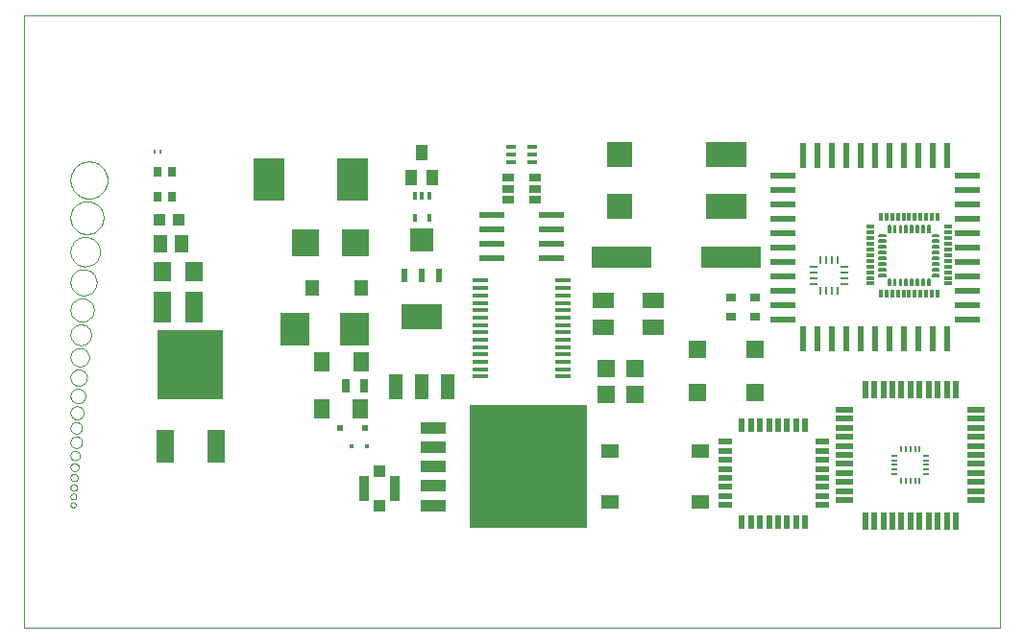
<source format=gtp>
G75*
%MOIN*%
%OFA0B0*%
%FSLAX24Y24*%
%IPPOS*%
%LPD*%
%AMOC8*
5,1,8,0,0,1.08239X$1,22.5*
%
%ADD10C,0.0000*%
%ADD11R,0.0098X0.0138*%
%ADD12R,0.0276X0.0354*%
%ADD13R,0.0433X0.0394*%
%ADD14R,0.0512X0.0591*%
%ADD15R,0.0630X0.0709*%
%ADD16R,0.0630X0.1063*%
%ADD17R,0.0138X0.0138*%
%ADD18R,0.0315X0.0472*%
%ADD19R,0.0236X0.0236*%
%ADD20R,0.0551X0.0709*%
%ADD21R,0.0500X0.0579*%
%ADD22R,0.0945X0.0945*%
%ADD23R,0.1102X0.1496*%
%ADD24R,0.0394X0.0551*%
%ADD25R,0.0630X0.1181*%
%ADD26R,0.2283X0.2441*%
%ADD27R,0.0866X0.0236*%
%ADD28R,0.0550X0.0137*%
%ADD29R,0.0394X0.0276*%
%ADD30R,0.0374X0.0142*%
%ADD31R,0.2100X0.0760*%
%ADD32R,0.1400X0.0860*%
%ADD33R,0.0900X0.0860*%
%ADD34R,0.0354X0.0256*%
%ADD35R,0.0630X0.0591*%
%ADD36R,0.0748X0.0551*%
%ADD37R,0.0500X0.0220*%
%ADD38R,0.0220X0.0500*%
%ADD39C,0.0059*%
%ADD40R,0.0165X0.0276*%
%ADD41R,0.0315X0.0118*%
%ADD42R,0.0118X0.0315*%
%ADD43R,0.0591X0.0197*%
%ADD44R,0.0197X0.0591*%
%ADD45R,0.0236X0.0866*%
%ADD46R,0.0256X0.0110*%
%ADD47R,0.0110X0.0256*%
%ADD48R,0.0335X0.0866*%
%ADD49R,0.0394X0.0413*%
%ADD50R,0.0610X0.0512*%
%ADD51R,0.0480X0.0880*%
%ADD52R,0.1417X0.0866*%
%ADD53R,0.0228X0.0472*%
%ADD54R,0.0787X0.0787*%
%ADD55R,0.0984X0.1181*%
%ADD56R,0.4098X0.4252*%
%ADD57R,0.0850X0.0420*%
%ADD58R,0.0079X0.0236*%
%ADD59R,0.0236X0.0079*%
D10*
X000363Y000100D02*
X034223Y000100D01*
X034223Y021360D01*
X000363Y021360D01*
X000363Y000100D01*
X001963Y004365D02*
X001965Y004384D01*
X001971Y004402D01*
X001980Y004418D01*
X001993Y004432D01*
X002008Y004443D01*
X002025Y004451D01*
X002044Y004455D01*
X002062Y004455D01*
X002081Y004451D01*
X002098Y004443D01*
X002113Y004432D01*
X002126Y004418D01*
X002135Y004402D01*
X002141Y004384D01*
X002143Y004365D01*
X002141Y004346D01*
X002135Y004328D01*
X002126Y004312D01*
X002113Y004298D01*
X002098Y004287D01*
X002081Y004279D01*
X002062Y004275D01*
X002044Y004275D01*
X002025Y004279D01*
X002008Y004287D01*
X001993Y004298D01*
X001980Y004312D01*
X001971Y004328D01*
X001965Y004346D01*
X001963Y004365D01*
X001964Y004655D02*
X001966Y004675D01*
X001972Y004693D01*
X001981Y004711D01*
X001993Y004726D01*
X002008Y004738D01*
X002026Y004747D01*
X002044Y004753D01*
X002064Y004755D01*
X002084Y004753D01*
X002102Y004747D01*
X002120Y004738D01*
X002135Y004726D01*
X002147Y004711D01*
X002156Y004693D01*
X002162Y004675D01*
X002164Y004655D01*
X002162Y004635D01*
X002156Y004617D01*
X002147Y004599D01*
X002135Y004584D01*
X002120Y004572D01*
X002102Y004563D01*
X002084Y004557D01*
X002064Y004555D01*
X002044Y004557D01*
X002026Y004563D01*
X002008Y004572D01*
X001993Y004584D01*
X001981Y004599D01*
X001972Y004617D01*
X001966Y004635D01*
X001964Y004655D01*
X001963Y004970D02*
X001965Y004991D01*
X001971Y005012D01*
X001980Y005031D01*
X001993Y005047D01*
X002009Y005062D01*
X002027Y005073D01*
X002047Y005081D01*
X002067Y005085D01*
X002089Y005085D01*
X002109Y005081D01*
X002129Y005073D01*
X002147Y005062D01*
X002163Y005047D01*
X002176Y005031D01*
X002185Y005012D01*
X002191Y004991D01*
X002193Y004970D01*
X002191Y004949D01*
X002185Y004928D01*
X002176Y004909D01*
X002163Y004893D01*
X002147Y004878D01*
X002129Y004867D01*
X002109Y004859D01*
X002089Y004855D01*
X002067Y004855D01*
X002047Y004859D01*
X002027Y004867D01*
X002009Y004878D01*
X001993Y004893D01*
X001980Y004909D01*
X001971Y004928D01*
X001965Y004949D01*
X001963Y004970D01*
X001964Y005311D02*
X001966Y005333D01*
X001972Y005354D01*
X001981Y005373D01*
X001993Y005391D01*
X002009Y005407D01*
X002026Y005419D01*
X002046Y005428D01*
X002067Y005434D01*
X002089Y005436D01*
X002111Y005434D01*
X002132Y005428D01*
X002151Y005419D01*
X002169Y005407D01*
X002185Y005391D01*
X002197Y005373D01*
X002206Y005354D01*
X002212Y005333D01*
X002214Y005311D01*
X002212Y005289D01*
X002206Y005268D01*
X002197Y005249D01*
X002185Y005231D01*
X002169Y005215D01*
X002152Y005203D01*
X002132Y005194D01*
X002111Y005188D01*
X002089Y005186D01*
X002067Y005188D01*
X002046Y005194D01*
X002026Y005203D01*
X002009Y005215D01*
X001993Y005231D01*
X001981Y005248D01*
X001972Y005268D01*
X001966Y005289D01*
X001964Y005311D01*
X001964Y005677D02*
X001966Y005700D01*
X001972Y005722D01*
X001981Y005744D01*
X001994Y005763D01*
X002009Y005780D01*
X002027Y005794D01*
X002048Y005805D01*
X002070Y005813D01*
X002092Y005817D01*
X002116Y005817D01*
X002138Y005813D01*
X002160Y005805D01*
X002181Y005794D01*
X002199Y005780D01*
X002214Y005763D01*
X002227Y005744D01*
X002236Y005722D01*
X002242Y005700D01*
X002244Y005677D01*
X002242Y005654D01*
X002236Y005632D01*
X002227Y005610D01*
X002214Y005591D01*
X002199Y005574D01*
X002181Y005560D01*
X002160Y005549D01*
X002138Y005541D01*
X002116Y005537D01*
X002092Y005537D01*
X002070Y005541D01*
X002048Y005549D01*
X002027Y005560D01*
X002009Y005574D01*
X001994Y005591D01*
X001981Y005610D01*
X001972Y005632D01*
X001966Y005654D01*
X001964Y005677D01*
X001964Y006078D02*
X001966Y006103D01*
X001972Y006127D01*
X001981Y006151D01*
X001995Y006172D01*
X002011Y006191D01*
X002030Y006207D01*
X002051Y006221D01*
X002075Y006230D01*
X002099Y006236D01*
X002124Y006238D01*
X002149Y006236D01*
X002173Y006230D01*
X002197Y006221D01*
X002218Y006207D01*
X002237Y006191D01*
X002253Y006172D01*
X002267Y006151D01*
X002276Y006127D01*
X002282Y006103D01*
X002284Y006078D01*
X002282Y006053D01*
X002276Y006029D01*
X002267Y006005D01*
X002253Y005984D01*
X002237Y005965D01*
X002218Y005949D01*
X002197Y005935D01*
X002173Y005926D01*
X002149Y005920D01*
X002124Y005918D01*
X002099Y005920D01*
X002075Y005926D01*
X002051Y005935D01*
X002030Y005949D01*
X002011Y005965D01*
X001995Y005984D01*
X001981Y006005D01*
X001972Y006029D01*
X001966Y006053D01*
X001964Y006078D01*
X001963Y006539D02*
X001965Y006567D01*
X001971Y006594D01*
X001980Y006620D01*
X001993Y006645D01*
X002010Y006668D01*
X002029Y006688D01*
X002051Y006705D01*
X002075Y006719D01*
X002101Y006729D01*
X002128Y006736D01*
X002156Y006739D01*
X002184Y006738D01*
X002211Y006733D01*
X002238Y006724D01*
X002263Y006712D01*
X002286Y006697D01*
X002307Y006678D01*
X002325Y006657D01*
X002340Y006633D01*
X002351Y006607D01*
X002359Y006581D01*
X002363Y006553D01*
X002363Y006525D01*
X002359Y006497D01*
X002351Y006471D01*
X002340Y006445D01*
X002325Y006421D01*
X002307Y006400D01*
X002286Y006381D01*
X002263Y006366D01*
X002238Y006354D01*
X002211Y006345D01*
X002184Y006340D01*
X002156Y006339D01*
X002128Y006342D01*
X002101Y006349D01*
X002075Y006359D01*
X002051Y006373D01*
X002029Y006390D01*
X002010Y006410D01*
X001993Y006433D01*
X001980Y006458D01*
X001971Y006484D01*
X001965Y006511D01*
X001963Y006539D01*
X001964Y007039D02*
X001966Y007067D01*
X001972Y007094D01*
X001981Y007120D01*
X001994Y007145D01*
X002011Y007168D01*
X002030Y007188D01*
X002052Y007205D01*
X002076Y007219D01*
X002102Y007229D01*
X002129Y007236D01*
X002157Y007239D01*
X002185Y007238D01*
X002212Y007233D01*
X002239Y007224D01*
X002264Y007212D01*
X002287Y007197D01*
X002308Y007178D01*
X002326Y007157D01*
X002341Y007133D01*
X002352Y007107D01*
X002360Y007081D01*
X002364Y007053D01*
X002364Y007025D01*
X002360Y006997D01*
X002352Y006971D01*
X002341Y006945D01*
X002326Y006921D01*
X002308Y006900D01*
X002287Y006881D01*
X002264Y006866D01*
X002239Y006854D01*
X002212Y006845D01*
X002185Y006840D01*
X002157Y006839D01*
X002129Y006842D01*
X002102Y006849D01*
X002076Y006859D01*
X002052Y006873D01*
X002030Y006890D01*
X002011Y006910D01*
X001994Y006933D01*
X001981Y006958D01*
X001972Y006984D01*
X001966Y007011D01*
X001964Y007039D01*
X001964Y007566D02*
X001966Y007595D01*
X001972Y007624D01*
X001981Y007652D01*
X001994Y007679D01*
X002011Y007704D01*
X002030Y007726D01*
X002052Y007745D01*
X002077Y007762D01*
X002104Y007775D01*
X002132Y007784D01*
X002161Y007790D01*
X002190Y007792D01*
X002219Y007790D01*
X002248Y007784D01*
X002276Y007775D01*
X002303Y007762D01*
X002328Y007745D01*
X002350Y007726D01*
X002369Y007704D01*
X002386Y007679D01*
X002399Y007652D01*
X002408Y007624D01*
X002414Y007595D01*
X002416Y007566D01*
X002414Y007537D01*
X002408Y007508D01*
X002399Y007480D01*
X002386Y007453D01*
X002369Y007428D01*
X002350Y007406D01*
X002328Y007387D01*
X002303Y007370D01*
X002276Y007357D01*
X002248Y007348D01*
X002219Y007342D01*
X002190Y007340D01*
X002161Y007342D01*
X002132Y007348D01*
X002104Y007357D01*
X002077Y007370D01*
X002052Y007387D01*
X002030Y007406D01*
X002011Y007428D01*
X001994Y007453D01*
X001981Y007480D01*
X001972Y007508D01*
X001966Y007537D01*
X001964Y007566D01*
X001964Y008147D02*
X001966Y008178D01*
X001972Y008209D01*
X001981Y008239D01*
X001994Y008267D01*
X002011Y008294D01*
X002030Y008318D01*
X002053Y008340D01*
X002078Y008359D01*
X002105Y008374D01*
X002134Y008387D01*
X002164Y008395D01*
X002195Y008400D01*
X002226Y008401D01*
X002257Y008398D01*
X002288Y008391D01*
X002317Y008381D01*
X002345Y008367D01*
X002371Y008350D01*
X002395Y008329D01*
X002416Y008306D01*
X002434Y008281D01*
X002449Y008253D01*
X002460Y008224D01*
X002468Y008194D01*
X002472Y008163D01*
X002472Y008131D01*
X002468Y008100D01*
X002460Y008070D01*
X002449Y008041D01*
X002434Y008013D01*
X002416Y007988D01*
X002395Y007965D01*
X002371Y007944D01*
X002345Y007927D01*
X002317Y007913D01*
X002288Y007903D01*
X002257Y007896D01*
X002226Y007893D01*
X002195Y007894D01*
X002164Y007899D01*
X002134Y007907D01*
X002105Y007920D01*
X002078Y007935D01*
X002053Y007954D01*
X002030Y007976D01*
X002011Y008000D01*
X001994Y008027D01*
X001981Y008055D01*
X001972Y008085D01*
X001966Y008116D01*
X001964Y008147D01*
X001963Y008786D02*
X001965Y008819D01*
X001971Y008852D01*
X001980Y008883D01*
X001993Y008914D01*
X002010Y008943D01*
X002030Y008969D01*
X002052Y008993D01*
X002078Y009015D01*
X002105Y009033D01*
X002135Y009048D01*
X002166Y009059D01*
X002199Y009067D01*
X002231Y009071D01*
X002265Y009071D01*
X002297Y009067D01*
X002330Y009059D01*
X002361Y009048D01*
X002390Y009033D01*
X002418Y009015D01*
X002444Y008993D01*
X002466Y008969D01*
X002486Y008943D01*
X002503Y008914D01*
X002516Y008883D01*
X002525Y008852D01*
X002531Y008819D01*
X002533Y008786D01*
X002531Y008753D01*
X002525Y008720D01*
X002516Y008689D01*
X002503Y008658D01*
X002486Y008629D01*
X002466Y008603D01*
X002444Y008579D01*
X002418Y008557D01*
X002391Y008539D01*
X002361Y008524D01*
X002330Y008513D01*
X002297Y008505D01*
X002265Y008501D01*
X002231Y008501D01*
X002199Y008505D01*
X002166Y008513D01*
X002135Y008524D01*
X002105Y008539D01*
X002078Y008557D01*
X002052Y008579D01*
X002030Y008603D01*
X002010Y008629D01*
X001993Y008658D01*
X001980Y008689D01*
X001971Y008720D01*
X001965Y008753D01*
X001963Y008786D01*
X001964Y009492D02*
X001966Y009527D01*
X001972Y009562D01*
X001981Y009596D01*
X001995Y009629D01*
X002011Y009660D01*
X002031Y009689D01*
X002055Y009715D01*
X002081Y009739D01*
X002109Y009760D01*
X002140Y009778D01*
X002172Y009792D01*
X002205Y009802D01*
X002240Y009809D01*
X002275Y009812D01*
X002310Y009811D01*
X002345Y009806D01*
X002380Y009797D01*
X002413Y009785D01*
X002444Y009769D01*
X002474Y009750D01*
X002501Y009727D01*
X002525Y009702D01*
X002547Y009674D01*
X002565Y009644D01*
X002580Y009612D01*
X002592Y009579D01*
X002600Y009545D01*
X002604Y009510D01*
X002604Y009474D01*
X002600Y009439D01*
X002592Y009405D01*
X002580Y009372D01*
X002565Y009340D01*
X002547Y009310D01*
X002525Y009282D01*
X002501Y009257D01*
X002474Y009234D01*
X002444Y009215D01*
X002413Y009199D01*
X002380Y009187D01*
X002345Y009178D01*
X002310Y009173D01*
X002275Y009172D01*
X002240Y009175D01*
X002205Y009182D01*
X002172Y009192D01*
X002140Y009206D01*
X002109Y009224D01*
X002081Y009245D01*
X002055Y009269D01*
X002031Y009295D01*
X002011Y009324D01*
X001995Y009355D01*
X001981Y009388D01*
X001972Y009422D01*
X001966Y009457D01*
X001964Y009492D01*
X001964Y010273D02*
X001966Y010311D01*
X001972Y010348D01*
X001982Y010384D01*
X001995Y010419D01*
X002012Y010453D01*
X002033Y010485D01*
X002056Y010514D01*
X002083Y010541D01*
X002112Y010564D01*
X002144Y010585D01*
X002178Y010602D01*
X002213Y010615D01*
X002249Y010625D01*
X002286Y010631D01*
X002324Y010633D01*
X002362Y010631D01*
X002399Y010625D01*
X002435Y010615D01*
X002470Y010602D01*
X002504Y010585D01*
X002536Y010564D01*
X002565Y010541D01*
X002592Y010514D01*
X002615Y010485D01*
X002636Y010453D01*
X002653Y010419D01*
X002666Y010384D01*
X002676Y010348D01*
X002682Y010311D01*
X002684Y010273D01*
X002682Y010235D01*
X002676Y010198D01*
X002666Y010162D01*
X002653Y010127D01*
X002636Y010093D01*
X002615Y010061D01*
X002592Y010032D01*
X002565Y010005D01*
X002536Y009982D01*
X002504Y009961D01*
X002470Y009944D01*
X002435Y009931D01*
X002399Y009921D01*
X002362Y009915D01*
X002324Y009913D01*
X002286Y009915D01*
X002249Y009921D01*
X002213Y009931D01*
X002178Y009944D01*
X002144Y009961D01*
X002112Y009982D01*
X002083Y010005D01*
X002056Y010032D01*
X002033Y010061D01*
X002012Y010093D01*
X001995Y010127D01*
X001982Y010162D01*
X001972Y010198D01*
X001966Y010235D01*
X001964Y010273D01*
X001964Y011138D02*
X001966Y011178D01*
X001972Y011217D01*
X001981Y011255D01*
X001995Y011293D01*
X002012Y011328D01*
X002032Y011362D01*
X002056Y011394D01*
X002082Y011424D01*
X002112Y011450D01*
X002144Y011474D01*
X002178Y011494D01*
X002213Y011511D01*
X002251Y011525D01*
X002289Y011534D01*
X002328Y011540D01*
X002368Y011542D01*
X002408Y011540D01*
X002447Y011534D01*
X002485Y011525D01*
X002523Y011511D01*
X002558Y011494D01*
X002592Y011474D01*
X002624Y011450D01*
X002654Y011424D01*
X002680Y011394D01*
X002704Y011362D01*
X002724Y011328D01*
X002741Y011293D01*
X002755Y011255D01*
X002764Y011217D01*
X002770Y011178D01*
X002772Y011138D01*
X002770Y011098D01*
X002764Y011059D01*
X002755Y011021D01*
X002741Y010983D01*
X002724Y010948D01*
X002704Y010914D01*
X002680Y010882D01*
X002654Y010852D01*
X002624Y010826D01*
X002592Y010802D01*
X002558Y010782D01*
X002523Y010765D01*
X002485Y010751D01*
X002447Y010742D01*
X002408Y010736D01*
X002368Y010734D01*
X002328Y010736D01*
X002289Y010742D01*
X002251Y010751D01*
X002213Y010765D01*
X002178Y010782D01*
X002144Y010802D01*
X002112Y010826D01*
X002082Y010852D01*
X002056Y010882D01*
X002032Y010914D01*
X002012Y010948D01*
X001995Y010983D01*
X001981Y011021D01*
X001972Y011059D01*
X001966Y011098D01*
X001964Y011138D01*
X001962Y012096D02*
X001964Y012139D01*
X001970Y012181D01*
X001980Y012222D01*
X001994Y012262D01*
X002011Y012301D01*
X002032Y012338D01*
X002056Y012373D01*
X002084Y012406D01*
X002114Y012435D01*
X002147Y012462D01*
X002183Y012486D01*
X002220Y012506D01*
X002260Y012522D01*
X002300Y012535D01*
X002342Y012544D01*
X002384Y012549D01*
X002427Y012550D01*
X002469Y012547D01*
X002511Y012540D01*
X002552Y012529D01*
X002592Y012514D01*
X002631Y012496D01*
X002667Y012474D01*
X002701Y012449D01*
X002733Y012421D01*
X002762Y012390D01*
X002788Y012356D01*
X002811Y012320D01*
X002830Y012282D01*
X002846Y012242D01*
X002858Y012201D01*
X002866Y012160D01*
X002870Y012117D01*
X002870Y012075D01*
X002866Y012032D01*
X002858Y011991D01*
X002846Y011950D01*
X002830Y011910D01*
X002811Y011872D01*
X002788Y011836D01*
X002762Y011802D01*
X002733Y011771D01*
X002701Y011743D01*
X002667Y011718D01*
X002631Y011696D01*
X002592Y011678D01*
X002552Y011663D01*
X002511Y011652D01*
X002469Y011645D01*
X002427Y011642D01*
X002384Y011643D01*
X002342Y011648D01*
X002300Y011657D01*
X002260Y011670D01*
X002220Y011686D01*
X002183Y011706D01*
X002147Y011730D01*
X002114Y011757D01*
X002084Y011786D01*
X002056Y011819D01*
X002032Y011854D01*
X002011Y011891D01*
X001994Y011930D01*
X001980Y011970D01*
X001970Y012011D01*
X001964Y012053D01*
X001962Y012096D01*
X001963Y013160D02*
X001965Y013205D01*
X001971Y013250D01*
X001981Y013294D01*
X001995Y013337D01*
X002012Y013378D01*
X002033Y013418D01*
X002058Y013456D01*
X002086Y013492D01*
X002116Y013525D01*
X002150Y013555D01*
X002186Y013582D01*
X002225Y013605D01*
X002265Y013626D01*
X002307Y013642D01*
X002350Y013655D01*
X002394Y013664D01*
X002439Y013669D01*
X002484Y013670D01*
X002529Y013667D01*
X002574Y013660D01*
X002618Y013649D01*
X002660Y013634D01*
X002702Y013616D01*
X002741Y013594D01*
X002778Y013569D01*
X002813Y013540D01*
X002845Y013508D01*
X002875Y013474D01*
X002901Y013437D01*
X002924Y013399D01*
X002943Y013358D01*
X002959Y013315D01*
X002971Y013272D01*
X002979Y013228D01*
X002983Y013183D01*
X002983Y013137D01*
X002979Y013092D01*
X002971Y013048D01*
X002959Y013005D01*
X002943Y012962D01*
X002924Y012921D01*
X002901Y012883D01*
X002875Y012846D01*
X002845Y012812D01*
X002813Y012780D01*
X002778Y012751D01*
X002741Y012726D01*
X002702Y012704D01*
X002660Y012686D01*
X002618Y012671D01*
X002574Y012660D01*
X002529Y012653D01*
X002484Y012650D01*
X002439Y012651D01*
X002394Y012656D01*
X002350Y012665D01*
X002307Y012678D01*
X002265Y012694D01*
X002225Y012715D01*
X002186Y012738D01*
X002150Y012765D01*
X002116Y012795D01*
X002086Y012828D01*
X002058Y012864D01*
X002033Y012902D01*
X002012Y012942D01*
X001995Y012983D01*
X001981Y013026D01*
X001971Y013070D01*
X001965Y013115D01*
X001963Y013160D01*
X001963Y014340D02*
X001965Y014387D01*
X001971Y014434D01*
X001980Y014480D01*
X001994Y014525D01*
X002011Y014569D01*
X002032Y014611D01*
X002056Y014652D01*
X002083Y014690D01*
X002114Y014726D01*
X002147Y014759D01*
X002183Y014790D01*
X002221Y014817D01*
X002262Y014841D01*
X002304Y014862D01*
X002348Y014879D01*
X002393Y014893D01*
X002439Y014902D01*
X002486Y014908D01*
X002533Y014910D01*
X002580Y014908D01*
X002627Y014902D01*
X002673Y014893D01*
X002718Y014879D01*
X002762Y014862D01*
X002804Y014841D01*
X002845Y014817D01*
X002883Y014790D01*
X002919Y014759D01*
X002952Y014726D01*
X002983Y014690D01*
X003010Y014652D01*
X003034Y014611D01*
X003055Y014569D01*
X003072Y014525D01*
X003086Y014480D01*
X003095Y014434D01*
X003101Y014387D01*
X003103Y014340D01*
X003101Y014293D01*
X003095Y014246D01*
X003086Y014200D01*
X003072Y014155D01*
X003055Y014111D01*
X003034Y014069D01*
X003010Y014028D01*
X002983Y013990D01*
X002952Y013954D01*
X002919Y013921D01*
X002883Y013890D01*
X002845Y013863D01*
X002804Y013839D01*
X002762Y013818D01*
X002718Y013801D01*
X002673Y013787D01*
X002627Y013778D01*
X002580Y013772D01*
X002533Y013770D01*
X002486Y013772D01*
X002439Y013778D01*
X002393Y013787D01*
X002348Y013801D01*
X002304Y013818D01*
X002262Y013839D01*
X002221Y013863D01*
X002183Y013890D01*
X002147Y013921D01*
X002114Y013954D01*
X002083Y013990D01*
X002056Y014028D01*
X002032Y014069D01*
X002011Y014111D01*
X001994Y014155D01*
X001980Y014200D01*
X001971Y014246D01*
X001965Y014293D01*
X001963Y014340D01*
X001963Y015650D02*
X001965Y015700D01*
X001971Y015750D01*
X001981Y015799D01*
X001994Y015848D01*
X002012Y015895D01*
X002033Y015941D01*
X002057Y015984D01*
X002085Y016026D01*
X002116Y016066D01*
X002150Y016103D01*
X002187Y016137D01*
X002227Y016168D01*
X002269Y016196D01*
X002312Y016220D01*
X002358Y016241D01*
X002405Y016259D01*
X002454Y016272D01*
X002503Y016282D01*
X002553Y016288D01*
X002603Y016290D01*
X002653Y016288D01*
X002703Y016282D01*
X002752Y016272D01*
X002801Y016259D01*
X002848Y016241D01*
X002894Y016220D01*
X002937Y016196D01*
X002979Y016168D01*
X003019Y016137D01*
X003056Y016103D01*
X003090Y016066D01*
X003121Y016026D01*
X003149Y015984D01*
X003173Y015941D01*
X003194Y015895D01*
X003212Y015848D01*
X003225Y015799D01*
X003235Y015750D01*
X003241Y015700D01*
X003243Y015650D01*
X003241Y015600D01*
X003235Y015550D01*
X003225Y015501D01*
X003212Y015452D01*
X003194Y015405D01*
X003173Y015359D01*
X003149Y015316D01*
X003121Y015274D01*
X003090Y015234D01*
X003056Y015197D01*
X003019Y015163D01*
X002979Y015132D01*
X002937Y015104D01*
X002894Y015080D01*
X002848Y015059D01*
X002801Y015041D01*
X002752Y015028D01*
X002703Y015018D01*
X002653Y015012D01*
X002603Y015010D01*
X002553Y015012D01*
X002503Y015018D01*
X002454Y015028D01*
X002405Y015041D01*
X002358Y015059D01*
X002312Y015080D01*
X002269Y015104D01*
X002227Y015132D01*
X002187Y015163D01*
X002150Y015197D01*
X002116Y015234D01*
X002085Y015274D01*
X002057Y015316D01*
X002033Y015359D01*
X002012Y015405D01*
X001994Y015452D01*
X001981Y015501D01*
X001971Y015550D01*
X001965Y015600D01*
X001963Y015650D01*
D11*
X004883Y016642D03*
X005079Y016642D03*
D12*
X004971Y015929D03*
X005482Y015929D03*
X005480Y015072D03*
X004969Y015072D03*
D13*
X005042Y014263D03*
X005711Y014263D03*
D14*
X005829Y013437D03*
X005081Y013437D03*
D15*
X005141Y012482D03*
X006244Y012482D03*
D16*
X006256Y011244D03*
X005153Y011244D03*
D17*
X011719Y006399D03*
X012251Y006399D03*
D18*
X012159Y008509D03*
X011529Y008509D03*
D19*
X011330Y007040D03*
X012196Y007040D03*
D20*
X012032Y007716D03*
X010694Y007716D03*
X010694Y009330D03*
X012033Y009330D03*
D21*
X012055Y011887D03*
X010362Y011887D03*
D22*
X010109Y013468D03*
X011841Y013468D03*
D23*
X011756Y015683D03*
X008843Y015683D03*
D24*
X013784Y015729D03*
X014532Y015729D03*
X014158Y016595D03*
D25*
X007029Y006411D03*
X005233Y006411D03*
D26*
X006131Y009238D03*
D27*
X016599Y012931D03*
X016599Y013431D03*
X016599Y013931D03*
X016599Y014431D03*
X018646Y014431D03*
X018646Y013931D03*
X018646Y013431D03*
X018646Y012931D03*
X026692Y012817D03*
X026692Y012317D03*
X026692Y011817D03*
X026692Y011317D03*
X026692Y010817D03*
X026692Y013317D03*
X026692Y013817D03*
X026692Y014317D03*
X026692Y014817D03*
X026692Y015317D03*
X026692Y015817D03*
X033070Y015817D03*
X033070Y015317D03*
X033070Y014817D03*
X033070Y014317D03*
X033070Y013817D03*
X033070Y013317D03*
X033070Y012817D03*
X033070Y012317D03*
X033070Y011817D03*
X033070Y011317D03*
X033070Y010817D03*
D28*
X019048Y010872D03*
X019048Y010617D03*
X019048Y010361D03*
X019048Y010105D03*
X019048Y009849D03*
X019048Y009593D03*
X019048Y009337D03*
X019048Y009081D03*
X019048Y008825D03*
X016170Y008825D03*
X016170Y009081D03*
X016170Y009337D03*
X016170Y009593D03*
X016170Y009849D03*
X016170Y010105D03*
X016170Y010361D03*
X016170Y010617D03*
X016170Y010872D03*
X016170Y011128D03*
X016170Y011384D03*
X016170Y011640D03*
X016170Y011896D03*
X016170Y012152D03*
X019048Y012152D03*
X019048Y011896D03*
X019048Y011640D03*
X019048Y011384D03*
X019048Y011128D03*
D29*
X018085Y014970D03*
X018085Y015344D03*
X018085Y015719D03*
X017141Y015719D03*
X017141Y015344D03*
X017141Y014970D03*
D30*
X017243Y016281D03*
X017243Y016537D03*
X017243Y016793D03*
X017991Y016793D03*
X017991Y016537D03*
X017991Y016281D03*
D31*
X021093Y012972D03*
X024893Y012972D03*
D32*
X024726Y014724D03*
X024726Y016524D03*
D33*
X021026Y016524D03*
X021026Y014724D03*
D34*
X024874Y011563D03*
X024874Y010913D03*
X025700Y010913D03*
X025700Y011563D03*
D35*
X025718Y009776D03*
X023710Y009776D03*
X021547Y009110D03*
X020563Y009110D03*
X020563Y008205D03*
X021547Y008205D03*
X023710Y008280D03*
X025718Y008280D03*
D36*
X022175Y010527D03*
X022175Y011472D03*
X020443Y011472D03*
X020443Y010527D03*
D37*
X024669Y006563D03*
X024669Y006248D03*
X024669Y005933D03*
X024669Y005618D03*
X024669Y005303D03*
X024669Y004988D03*
X024669Y004673D03*
X024669Y004358D03*
X028049Y004358D03*
X028049Y004673D03*
X028049Y004988D03*
X028049Y005303D03*
X028049Y005618D03*
X028049Y005933D03*
X028049Y006248D03*
X028049Y006563D03*
D38*
X027462Y007151D03*
X027147Y007151D03*
X026832Y007151D03*
X026517Y007151D03*
X026202Y007151D03*
X025887Y007151D03*
X025572Y007151D03*
X025257Y007151D03*
X025257Y003771D03*
X025572Y003771D03*
X025887Y003771D03*
X026202Y003771D03*
X026517Y003771D03*
X026832Y003771D03*
X027147Y003771D03*
X027462Y003771D03*
D39*
X030340Y011996D02*
X030400Y011996D01*
X030340Y011996D02*
X030340Y012214D01*
X030400Y012214D01*
X030400Y011996D01*
X030400Y012054D02*
X030340Y012054D01*
X030340Y012112D02*
X030400Y012112D01*
X030400Y012170D02*
X030340Y012170D01*
X030537Y011996D02*
X030597Y011996D01*
X030537Y011996D02*
X030537Y012214D01*
X030597Y012214D01*
X030597Y011996D01*
X030597Y012054D02*
X030537Y012054D01*
X030537Y012112D02*
X030597Y012112D01*
X030597Y012170D02*
X030537Y012170D01*
X030734Y011996D02*
X030794Y011996D01*
X030734Y011996D02*
X030734Y012214D01*
X030794Y012214D01*
X030794Y011996D01*
X030794Y012054D02*
X030734Y012054D01*
X030734Y012112D02*
X030794Y012112D01*
X030794Y012170D02*
X030734Y012170D01*
X030931Y011996D02*
X030991Y011996D01*
X030931Y011996D02*
X030931Y012214D01*
X030991Y012214D01*
X030991Y011996D01*
X030991Y012054D02*
X030931Y012054D01*
X030931Y012112D02*
X030991Y012112D01*
X030991Y012170D02*
X030931Y012170D01*
X031128Y011996D02*
X031188Y011996D01*
X031128Y011996D02*
X031128Y012214D01*
X031188Y012214D01*
X031188Y011996D01*
X031188Y012054D02*
X031128Y012054D01*
X031128Y012112D02*
X031188Y012112D01*
X031188Y012170D02*
X031128Y012170D01*
X031325Y011996D02*
X031385Y011996D01*
X031325Y011996D02*
X031325Y012214D01*
X031385Y012214D01*
X031385Y011996D01*
X031385Y012054D02*
X031325Y012054D01*
X031325Y012112D02*
X031385Y012112D01*
X031385Y012170D02*
X031325Y012170D01*
X031522Y011996D02*
X031582Y011996D01*
X031522Y011996D02*
X031522Y012214D01*
X031582Y012214D01*
X031582Y011996D01*
X031582Y012054D02*
X031522Y012054D01*
X031522Y012112D02*
X031582Y012112D01*
X031582Y012170D02*
X031522Y012170D01*
X031718Y011996D02*
X031778Y011996D01*
X031718Y011996D02*
X031718Y012214D01*
X031778Y012214D01*
X031778Y011996D01*
X031778Y012054D02*
X031718Y012054D01*
X031718Y012112D02*
X031778Y012112D01*
X031778Y012170D02*
X031718Y012170D01*
X031876Y012311D02*
X032094Y012311D01*
X031876Y012311D02*
X031876Y012371D01*
X032094Y012371D01*
X032094Y012311D01*
X032094Y012369D02*
X031876Y012369D01*
X031876Y012508D02*
X032094Y012508D01*
X031876Y012508D02*
X031876Y012568D01*
X032094Y012568D01*
X032094Y012508D01*
X032094Y012566D02*
X031876Y012566D01*
X031876Y012705D02*
X032094Y012705D01*
X031876Y012705D02*
X031876Y012765D01*
X032094Y012765D01*
X032094Y012705D01*
X032094Y012763D02*
X031876Y012763D01*
X031876Y012901D02*
X032094Y012901D01*
X031876Y012901D02*
X031876Y012961D01*
X032094Y012961D01*
X032094Y012901D01*
X032094Y012959D02*
X031876Y012959D01*
X031876Y013098D02*
X032094Y013098D01*
X031876Y013098D02*
X031876Y013158D01*
X032094Y013158D01*
X032094Y013098D01*
X032094Y013156D02*
X031876Y013156D01*
X031876Y013295D02*
X032094Y013295D01*
X031876Y013295D02*
X031876Y013355D01*
X032094Y013355D01*
X032094Y013295D01*
X032094Y013353D02*
X031876Y013353D01*
X031876Y013492D02*
X032094Y013492D01*
X031876Y013492D02*
X031876Y013552D01*
X032094Y013552D01*
X032094Y013492D01*
X032094Y013550D02*
X031876Y013550D01*
X031876Y013689D02*
X032094Y013689D01*
X031876Y013689D02*
X031876Y013749D01*
X032094Y013749D01*
X032094Y013689D01*
X032094Y013747D02*
X031876Y013747D01*
X031778Y013846D02*
X031718Y013846D01*
X031718Y014064D01*
X031778Y014064D01*
X031778Y013846D01*
X031778Y013904D02*
X031718Y013904D01*
X031718Y013962D02*
X031778Y013962D01*
X031778Y014020D02*
X031718Y014020D01*
X031582Y013846D02*
X031522Y013846D01*
X031522Y014064D01*
X031582Y014064D01*
X031582Y013846D01*
X031582Y013904D02*
X031522Y013904D01*
X031522Y013962D02*
X031582Y013962D01*
X031582Y014020D02*
X031522Y014020D01*
X031385Y013846D02*
X031325Y013846D01*
X031325Y014064D01*
X031385Y014064D01*
X031385Y013846D01*
X031385Y013904D02*
X031325Y013904D01*
X031325Y013962D02*
X031385Y013962D01*
X031385Y014020D02*
X031325Y014020D01*
X031188Y013846D02*
X031128Y013846D01*
X031128Y014064D01*
X031188Y014064D01*
X031188Y013846D01*
X031188Y013904D02*
X031128Y013904D01*
X031128Y013962D02*
X031188Y013962D01*
X031188Y014020D02*
X031128Y014020D01*
X030991Y013846D02*
X030931Y013846D01*
X030931Y014064D01*
X030991Y014064D01*
X030991Y013846D01*
X030991Y013904D02*
X030931Y013904D01*
X030931Y013962D02*
X030991Y013962D01*
X030991Y014020D02*
X030931Y014020D01*
X030794Y013846D02*
X030734Y013846D01*
X030734Y014064D01*
X030794Y014064D01*
X030794Y013846D01*
X030794Y013904D02*
X030734Y013904D01*
X030734Y013962D02*
X030794Y013962D01*
X030794Y014020D02*
X030734Y014020D01*
X030597Y013846D02*
X030537Y013846D01*
X030537Y014064D01*
X030597Y014064D01*
X030597Y013846D01*
X030597Y013904D02*
X030537Y013904D01*
X030537Y013962D02*
X030597Y013962D01*
X030597Y014020D02*
X030537Y014020D01*
X030400Y013846D02*
X030340Y013846D01*
X030340Y014064D01*
X030400Y014064D01*
X030400Y013846D01*
X030400Y013904D02*
X030340Y013904D01*
X030340Y013962D02*
X030400Y013962D01*
X030400Y014020D02*
X030340Y014020D01*
X030243Y013689D02*
X030025Y013689D01*
X030025Y013749D01*
X030243Y013749D01*
X030243Y013689D01*
X030243Y013747D02*
X030025Y013747D01*
X030025Y013492D02*
X030243Y013492D01*
X030025Y013492D02*
X030025Y013552D01*
X030243Y013552D01*
X030243Y013492D01*
X030243Y013550D02*
X030025Y013550D01*
X030025Y013295D02*
X030243Y013295D01*
X030025Y013295D02*
X030025Y013355D01*
X030243Y013355D01*
X030243Y013295D01*
X030243Y013353D02*
X030025Y013353D01*
X030025Y013098D02*
X030243Y013098D01*
X030025Y013098D02*
X030025Y013158D01*
X030243Y013158D01*
X030243Y013098D01*
X030243Y013156D02*
X030025Y013156D01*
X030025Y012901D02*
X030243Y012901D01*
X030025Y012901D02*
X030025Y012961D01*
X030243Y012961D01*
X030243Y012901D01*
X030243Y012959D02*
X030025Y012959D01*
X030025Y012705D02*
X030243Y012705D01*
X030025Y012705D02*
X030025Y012765D01*
X030243Y012765D01*
X030243Y012705D01*
X030243Y012763D02*
X030025Y012763D01*
X030025Y012508D02*
X030243Y012508D01*
X030025Y012508D02*
X030025Y012568D01*
X030243Y012568D01*
X030243Y012508D01*
X030243Y012566D02*
X030025Y012566D01*
X030025Y012311D02*
X030243Y012311D01*
X030025Y012311D02*
X030025Y012371D01*
X030243Y012371D01*
X030243Y012311D01*
X030243Y012369D02*
X030025Y012369D01*
D40*
X014414Y014350D03*
X013902Y014350D03*
X013902Y015098D03*
X014158Y015098D03*
X014414Y015098D03*
D41*
X029728Y014020D03*
X029728Y013824D03*
X029728Y013627D03*
X029728Y013430D03*
X029728Y013233D03*
X029728Y013036D03*
X029728Y012839D03*
X029728Y012643D03*
X029728Y012446D03*
X029728Y012249D03*
X029728Y012052D03*
X032405Y012052D03*
X032405Y012249D03*
X032405Y012446D03*
X032405Y012643D03*
X032405Y012839D03*
X032405Y013036D03*
X032405Y013233D03*
X032405Y013430D03*
X032405Y013627D03*
X032405Y013824D03*
X032405Y014020D03*
D42*
X032050Y014375D03*
X031854Y014375D03*
X031657Y014375D03*
X031460Y014375D03*
X031263Y014375D03*
X031066Y014375D03*
X030869Y014375D03*
X030672Y014375D03*
X030476Y014375D03*
X030279Y014375D03*
X030082Y014375D03*
X030082Y011698D03*
X030279Y011698D03*
X030476Y011698D03*
X030672Y011698D03*
X030869Y011698D03*
X031066Y011698D03*
X031263Y011698D03*
X031460Y011698D03*
X031657Y011698D03*
X031854Y011698D03*
X032050Y011698D03*
D43*
X033397Y007675D03*
X033397Y007360D03*
X033397Y007045D03*
X033397Y006730D03*
X033397Y006415D03*
X033397Y006100D03*
X033397Y005785D03*
X033397Y005470D03*
X033397Y005155D03*
X033397Y004840D03*
X033397Y004525D03*
X028830Y004525D03*
X028830Y004840D03*
X028830Y005155D03*
X028830Y005470D03*
X028830Y005785D03*
X028830Y006100D03*
X028830Y006415D03*
X028830Y006730D03*
X028830Y007045D03*
X028830Y007360D03*
X028830Y007675D03*
D44*
X029539Y008383D03*
X029854Y008383D03*
X030169Y008383D03*
X030483Y008383D03*
X030798Y008383D03*
X031113Y008383D03*
X031428Y008383D03*
X031743Y008383D03*
X032058Y008383D03*
X032373Y008383D03*
X032688Y008383D03*
X032688Y003817D03*
X032373Y003817D03*
X032058Y003817D03*
X031743Y003817D03*
X031428Y003817D03*
X031113Y003817D03*
X030798Y003817D03*
X030483Y003817D03*
X030169Y003817D03*
X029854Y003817D03*
X029539Y003817D03*
D45*
X029381Y010128D03*
X028881Y010128D03*
X028381Y010128D03*
X027881Y010128D03*
X027381Y010128D03*
X029881Y010128D03*
X030381Y010128D03*
X030881Y010128D03*
X031381Y010128D03*
X031881Y010128D03*
X032381Y010128D03*
X032381Y016506D03*
X031881Y016506D03*
X031381Y016506D03*
X030881Y016506D03*
X030381Y016506D03*
X029881Y016506D03*
X029381Y016506D03*
X028881Y016506D03*
X028381Y016506D03*
X027881Y016506D03*
X027381Y016506D03*
D46*
X027744Y012625D03*
X027744Y012428D03*
X027744Y012232D03*
X027744Y012035D03*
X028823Y012035D03*
X028823Y012232D03*
X028823Y012428D03*
X028823Y012625D03*
D47*
X028579Y012869D03*
X028382Y012869D03*
X028185Y012869D03*
X027988Y012869D03*
X027988Y011791D03*
X028185Y011791D03*
X028382Y011791D03*
X028579Y011791D03*
D48*
X013225Y004940D03*
X012142Y004940D03*
D49*
X012683Y005540D03*
X012683Y004340D03*
D50*
X020698Y004464D03*
X020698Y006236D03*
X023828Y006236D03*
X023828Y004464D03*
D51*
X015063Y008460D03*
X014153Y008460D03*
X013243Y008460D03*
D52*
X014153Y010900D03*
D53*
X014153Y012341D03*
X013563Y012341D03*
X014744Y012341D03*
D54*
X014153Y013562D03*
D55*
X011817Y010480D03*
X009750Y010480D03*
D56*
X017843Y005690D03*
D57*
X014563Y005690D03*
X014563Y005020D03*
X014563Y004350D03*
X014563Y006360D03*
X014563Y007030D03*
D58*
X030798Y006311D03*
X030956Y006311D03*
X031113Y006311D03*
X031271Y006311D03*
X031428Y006311D03*
X031428Y005209D03*
X031271Y005209D03*
X031113Y005209D03*
X030956Y005209D03*
X030798Y005209D03*
D59*
X030562Y005445D03*
X030562Y005603D03*
X030562Y005760D03*
X030562Y005917D03*
X030562Y006075D03*
X031665Y006075D03*
X031665Y005917D03*
X031665Y005760D03*
X031665Y005603D03*
X031665Y005445D03*
M02*

</source>
